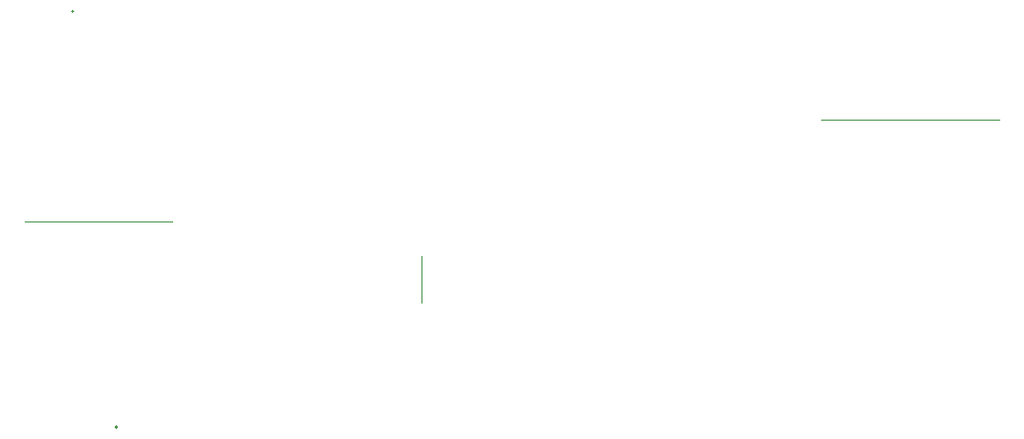
<source format=gbr>
G04 #@! TF.GenerationSoftware,KiCad,Pcbnew,9.0.0*
G04 #@! TF.CreationDate,2025-03-30T22:48:21+09:00*
G04 #@! TF.ProjectId,nofy,6e6f6679-2e6b-4696-9361-645f70636258,rev?*
G04 #@! TF.SameCoordinates,Original*
G04 #@! TF.FileFunction,Legend,Top*
G04 #@! TF.FilePolarity,Positive*
%FSLAX46Y46*%
G04 Gerber Fmt 4.6, Leading zero omitted, Abs format (unit mm)*
G04 Created by KiCad (PCBNEW 9.0.0) date 2025-03-30 22:48:21*
%MOMM*%
%LPD*%
G01*
G04 APERTURE LIST*
%ADD10C,0.100000*%
%ADD11C,0.127000*%
G04 APERTURE END LIST*
D10*
X25100000Y-66900000D02*
X37700000Y-66900000D01*
X59000000Y-69900000D02*
X59000000Y-73900000D01*
X108500000Y-58200000D02*
X93200000Y-58200000D01*
D11*
X29259900Y-48932100D02*
G75*
G02*
X29132900Y-48932100I-63500J0D01*
G01*
X29132900Y-48932100D02*
G75*
G02*
X29259900Y-48932100I63500J0D01*
G01*
X32963500Y-84525000D02*
G75*
G02*
X32836500Y-84525000I-63500J0D01*
G01*
X32836500Y-84525000D02*
G75*
G02*
X32963500Y-84525000I63500J0D01*
G01*
M02*

</source>
